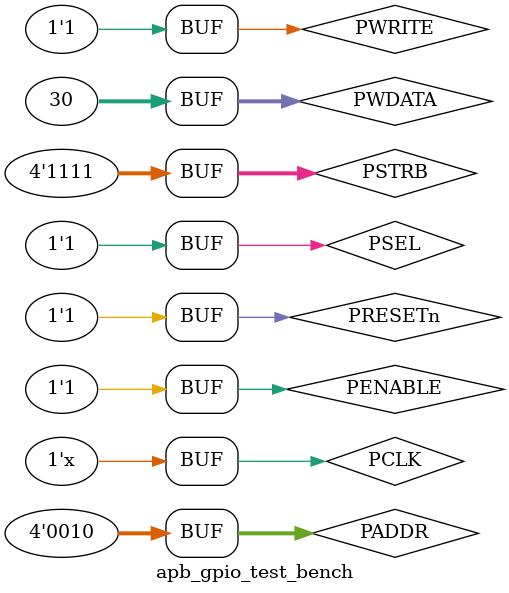
<source format=v>
module apb_gpio_test_bench();
  parameter PDATA_SIZE = 32 ,PADDR_SIZE = 4;
  reg PRESETn, PENABLE, PWRITE, PSEL;
  reg PCLK;
  reg[PADDR_SIZE-1:0] PADDR;
	reg[PDATA_SIZE/8-1:0] PSTRB;
	reg[PDATA_SIZE-1:0] PWDATA, gpio_i;
	wire[PDATA_SIZE-1:0]PRDATA,gpio_o,gpio_oe;
	wire PREADY, PSLEVRR ;
	
  apb_gpio gpio(PRESETn,PCLK,PSEL,PENABLE,PADDR,PWRITE,PSTRB,PWDATA,PRDATA,PREADY,PSLEVRR,gpio_i,gpio_o,gpio_oe);
  
  integer i;
	initial begin 
	 PCLK <= 1'b0;
	 PRESETn <= 1'b1;
	 PENABLE <= 1'b1;
	 
	 PSEL <= 1'b1;
	 PADDR<= 4'b0010;
	 PSTRB <= 4'b1111;
	 
	 PWRITE <= 1'b1;
	 
	 PWDATA <= 30;
	/* for(i=0;i<10;i=i+1)begin
	   PWDATA <= i;
	   #5
	   $display("%d,%d",gpio_o,gpio_oe);
	 end
	 
	 
	 PWRITE <= 1'b0;
	 for(i=0;i<10;i=i+1)begin
	   gpio_i <= i;
	   #5
	   $display("%d,%d",PRDATA,gpio_oe);
	 end*/
	 
  end
  
  always 
		#5 PCLK = ~PCLK;
		
    
  
endmodule

</source>
